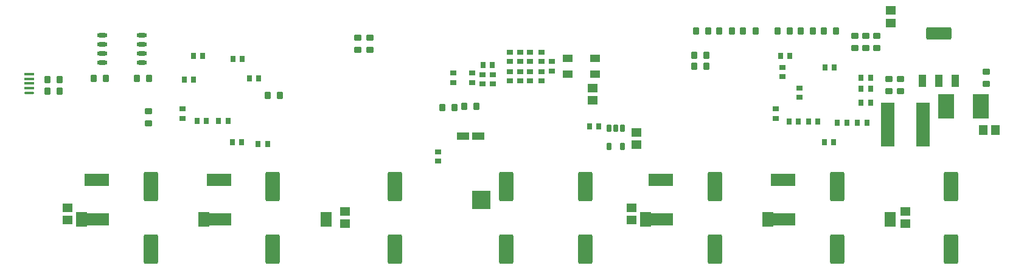
<source format=gbp>
G04*
G04 #@! TF.GenerationSoftware,Altium Limited,Altium Designer,22.0.2 (36)*
G04*
G04 Layer_Color=128*
%FSLAX25Y25*%
%MOIN*%
G70*
G04*
G04 #@! TF.SameCoordinates,06085A55-5152-446A-B416-8F2777D31781*
G04*
G04*
G04 #@! TF.FilePolarity,Positive*
G04*
G01*
G75*
%ADD28R,0.06299X0.08268*%
%ADD30R,0.06693X0.03937*%
G04:AMPARAMS|DCode=31|XSize=39.37mil|YSize=35.43mil|CornerRadius=4.43mil|HoleSize=0mil|Usage=FLASHONLY|Rotation=180.000|XOffset=0mil|YOffset=0mil|HoleType=Round|Shape=RoundedRectangle|*
%AMROUNDEDRECTD31*
21,1,0.03937,0.02657,0,0,180.0*
21,1,0.03051,0.03543,0,0,180.0*
1,1,0.00886,-0.01526,0.01329*
1,1,0.00886,0.01526,0.01329*
1,1,0.00886,0.01526,-0.01329*
1,1,0.00886,-0.01526,-0.01329*
%
%ADD31ROUNDEDRECTD31*%
G04:AMPARAMS|DCode=32|XSize=39.37mil|YSize=35.43mil|CornerRadius=4.43mil|HoleSize=0mil|Usage=FLASHONLY|Rotation=270.000|XOffset=0mil|YOffset=0mil|HoleType=Round|Shape=RoundedRectangle|*
%AMROUNDEDRECTD32*
21,1,0.03937,0.02657,0,0,270.0*
21,1,0.03051,0.03543,0,0,270.0*
1,1,0.00886,-0.01329,-0.01526*
1,1,0.00886,-0.01329,0.01526*
1,1,0.00886,0.01329,0.01526*
1,1,0.00886,0.01329,-0.01526*
%
%ADD32ROUNDEDRECTD32*%
%ADD39R,0.02756X0.03347*%
%ADD40R,0.03347X0.02756*%
%ADD89R,0.05300X0.01600*%
%ADD90O,0.05300X0.01600*%
%ADD91R,0.04921X0.05709*%
%ADD92R,0.08858X0.13780*%
G04:AMPARAMS|DCode=93|XSize=137.8mil|YSize=68.9mil|CornerRadius=8.61mil|HoleSize=0mil|Usage=FLASHONLY|Rotation=180.000|XOffset=0mil|YOffset=0mil|HoleType=Round|Shape=RoundedRectangle|*
%AMROUNDEDRECTD93*
21,1,0.13780,0.05167,0,0,180.0*
21,1,0.12057,0.06890,0,0,180.0*
1,1,0.01722,-0.06029,0.02584*
1,1,0.01722,0.06029,0.02584*
1,1,0.01722,0.06029,-0.02584*
1,1,0.01722,-0.06029,-0.02584*
%
%ADD93ROUNDEDRECTD93*%
G04:AMPARAMS|DCode=94|XSize=43.31mil|YSize=68.9mil|CornerRadius=5.41mil|HoleSize=0mil|Usage=FLASHONLY|Rotation=180.000|XOffset=0mil|YOffset=0mil|HoleType=Round|Shape=RoundedRectangle|*
%AMROUNDEDRECTD94*
21,1,0.04331,0.05807,0,0,180.0*
21,1,0.03248,0.06890,0,0,180.0*
1,1,0.01083,-0.01624,0.02904*
1,1,0.01083,0.01624,0.02904*
1,1,0.01083,0.01624,-0.02904*
1,1,0.01083,-0.01624,-0.02904*
%
%ADD94ROUNDEDRECTD94*%
G04:AMPARAMS|DCode=95|XSize=43.31mil|YSize=68.9mil|CornerRadius=5.41mil|HoleSize=0mil|Usage=FLASHONLY|Rotation=180.000|XOffset=0mil|YOffset=0mil|HoleType=Round|Shape=RoundedRectangle|*
%AMROUNDEDRECTD95*
21,1,0.04331,0.05807,0,0,180.0*
21,1,0.03248,0.06890,0,0,180.0*
1,1,0.01083,-0.01624,0.02904*
1,1,0.01083,0.01624,0.02904*
1,1,0.01083,0.01624,-0.02904*
1,1,0.01083,-0.01624,-0.02904*
%
%ADD95ROUNDEDRECTD95*%
%ADD96R,0.05709X0.04921*%
G04:AMPARAMS|DCode=97|XSize=23.62mil|YSize=39.37mil|CornerRadius=2.95mil|HoleSize=0mil|Usage=FLASHONLY|Rotation=0.000|XOffset=0mil|YOffset=0mil|HoleType=Round|Shape=RoundedRectangle|*
%AMROUNDEDRECTD97*
21,1,0.02362,0.03347,0,0,0.0*
21,1,0.01772,0.03937,0,0,0.0*
1,1,0.00591,0.00886,-0.01673*
1,1,0.00591,-0.00886,-0.01673*
1,1,0.00591,-0.00886,0.01673*
1,1,0.00591,0.00886,0.01673*
%
%ADD97ROUNDEDRECTD97*%
G04:AMPARAMS|DCode=99|XSize=78.74mil|YSize=161.42mil|CornerRadius=9.84mil|HoleSize=0mil|Usage=FLASHONLY|Rotation=180.000|XOffset=0mil|YOffset=0mil|HoleType=Round|Shape=RoundedRectangle|*
%AMROUNDEDRECTD99*
21,1,0.07874,0.14173,0,0,180.0*
21,1,0.05906,0.16142,0,0,180.0*
1,1,0.01968,-0.02953,0.07087*
1,1,0.01968,0.02953,0.07087*
1,1,0.01968,0.02953,-0.07087*
1,1,0.01968,-0.02953,-0.07087*
%
%ADD99ROUNDEDRECTD99*%
%ADD100R,0.13583X0.07087*%
%ADD101R,0.05512X0.03937*%
%ADD102R,0.07795X0.24488*%
%ADD104O,0.05709X0.02362*%
%ADD125R,0.10236X0.10236*%
D28*
X46850Y73819D02*
D03*
X113779D02*
D03*
X180709D02*
D03*
X355906D02*
D03*
X422835D02*
D03*
X489764D02*
D03*
D30*
X255709Y119685D02*
D03*
X263976D02*
D03*
D31*
X198031Y173425D02*
D03*
Y166732D02*
D03*
X204724Y173425D02*
D03*
Y166732D02*
D03*
X83465Y126575D02*
D03*
Y133268D02*
D03*
X495275Y144291D02*
D03*
Y150984D02*
D03*
X488976Y144291D02*
D03*
Y150984D02*
D03*
X482283Y167913D02*
D03*
Y174606D02*
D03*
X476378D02*
D03*
Y167913D02*
D03*
X470472Y174606D02*
D03*
Y167913D02*
D03*
X542520Y148228D02*
D03*
Y154921D02*
D03*
D32*
X389173Y163779D02*
D03*
X382480D02*
D03*
X389173Y157874D02*
D03*
X382480D02*
D03*
X453346Y177165D02*
D03*
X460039D02*
D03*
X440748Y177253D02*
D03*
X447441D02*
D03*
X428150Y177165D02*
D03*
X434842D02*
D03*
X415945Y177165D02*
D03*
X409252D02*
D03*
X402953Y177165D02*
D03*
X396260D02*
D03*
X389961Y177165D02*
D03*
X383268D02*
D03*
X53346Y151181D02*
D03*
X60039D02*
D03*
X263189Y135827D02*
D03*
X256496D02*
D03*
X250984Y135039D02*
D03*
X244291D02*
D03*
X148622Y141732D02*
D03*
X155315D02*
D03*
X34843Y144094D02*
D03*
X28150D02*
D03*
X34843Y150394D02*
D03*
X28150D02*
D03*
X76969Y151181D02*
D03*
X83661D02*
D03*
D39*
X330118Y124803D02*
D03*
X325000D02*
D03*
X266732Y158661D02*
D03*
X271850D02*
D03*
X478937Y151575D02*
D03*
X473819D02*
D03*
X478937Y137795D02*
D03*
X473819D02*
D03*
X478937Y145669D02*
D03*
X473819D02*
D03*
X471850Y126772D02*
D03*
X476968D02*
D03*
X460827D02*
D03*
X465945D02*
D03*
X453740Y116142D02*
D03*
X458858D02*
D03*
X459252Y157087D02*
D03*
X454134D02*
D03*
X445079Y127559D02*
D03*
X450197D02*
D03*
X429724Y163386D02*
D03*
X434842D02*
D03*
X439567Y127559D02*
D03*
X434449D02*
D03*
X143504Y115354D02*
D03*
X148622D02*
D03*
X129331Y116142D02*
D03*
X134449D02*
D03*
X138779Y151181D02*
D03*
X143898D02*
D03*
X134843Y161811D02*
D03*
X129724D02*
D03*
X121850Y127953D02*
D03*
X126969D02*
D03*
X108071Y163386D02*
D03*
X113189D02*
D03*
X115157Y127953D02*
D03*
X110039D02*
D03*
X102953Y150394D02*
D03*
X108071D02*
D03*
D40*
X260630Y154134D02*
D03*
Y149016D02*
D03*
X287008Y165551D02*
D03*
Y160433D02*
D03*
X292520Y165551D02*
D03*
Y160433D02*
D03*
X298819Y154921D02*
D03*
Y149803D02*
D03*
X287008Y154921D02*
D03*
Y149803D02*
D03*
X281496Y160433D02*
D03*
Y165551D02*
D03*
X298819D02*
D03*
Y160433D02*
D03*
X281496Y149803D02*
D03*
Y154921D02*
D03*
X292520Y149803D02*
D03*
Y154921D02*
D03*
X304331Y155315D02*
D03*
Y160433D02*
D03*
X272047Y153347D02*
D03*
Y148228D02*
D03*
X440158Y140748D02*
D03*
Y145866D02*
D03*
X430709Y157283D02*
D03*
Y152165D02*
D03*
X427165Y129331D02*
D03*
Y134449D02*
D03*
X250394Y154134D02*
D03*
Y149016D02*
D03*
X101969Y129331D02*
D03*
Y134449D02*
D03*
X266535Y153347D02*
D03*
Y148228D02*
D03*
X242126Y105709D02*
D03*
Y110827D02*
D03*
D89*
X18110Y150984D02*
D03*
Y148425D02*
D03*
Y153543D02*
D03*
Y145866D02*
D03*
D90*
Y143307D02*
D03*
D91*
X547441Y122835D02*
D03*
X540748D02*
D03*
D92*
X520571Y135827D02*
D03*
X539272D02*
D03*
D93*
X516535Y175984D02*
D03*
D94*
X507480Y150000D02*
D03*
X516535D02*
D03*
D95*
X525591D02*
D03*
D96*
X490158Y188386D02*
D03*
Y181693D02*
D03*
X38976Y80118D02*
D03*
Y73425D02*
D03*
X498031Y78149D02*
D03*
Y71457D02*
D03*
X348031Y80118D02*
D03*
Y73425D02*
D03*
X350787Y114764D02*
D03*
Y121457D02*
D03*
X190945Y78149D02*
D03*
Y71457D02*
D03*
X326772Y145866D02*
D03*
Y139173D02*
D03*
D97*
X335630Y113779D02*
D03*
X343110Y124016D02*
D03*
X339370D02*
D03*
X335630D02*
D03*
X343110Y113779D02*
D03*
D99*
X393701Y57677D02*
D03*
Y91929D02*
D03*
X151575Y57677D02*
D03*
Y91929D02*
D03*
X523228Y57677D02*
D03*
Y91929D02*
D03*
X279527Y57677D02*
D03*
Y91929D02*
D03*
X322834Y57677D02*
D03*
Y91929D02*
D03*
X460630Y57677D02*
D03*
Y91929D02*
D03*
X218504Y57677D02*
D03*
Y91929D02*
D03*
X84645Y57677D02*
D03*
Y91929D02*
D03*
D100*
X431102Y95571D02*
D03*
Y73721D02*
D03*
X364173Y95571D02*
D03*
Y73721D02*
D03*
X122047Y95571D02*
D03*
Y73721D02*
D03*
X55118Y95571D02*
D03*
Y73721D02*
D03*
D101*
X327953Y162205D02*
D03*
X312992D02*
D03*
X327953Y153543D02*
D03*
X312992D02*
D03*
D102*
X507717Y125984D02*
D03*
X488346D02*
D03*
D104*
X58169Y159823D02*
D03*
Y164823D02*
D03*
Y169823D02*
D03*
X79626Y164823D02*
D03*
Y169823D02*
D03*
Y159823D02*
D03*
X58169Y174823D02*
D03*
X79626D02*
D03*
D125*
X265748Y84646D02*
D03*
M02*

</source>
